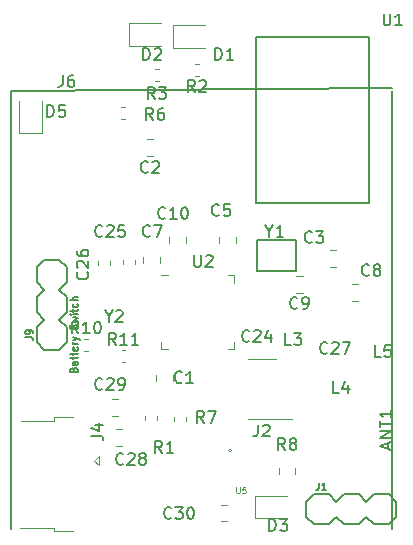
<source format=gbr>
G04 #@! TF.GenerationSoftware,KiCad,Pcbnew,(5.0.1)-rc2*
G04 #@! TF.CreationDate,2019-03-09T00:44:04-07:00*
G04 #@! TF.ProjectId,GPSLogger,4750534C6F676765722E6B696361645F,rev?*
G04 #@! TF.SameCoordinates,Original*
G04 #@! TF.FileFunction,Legend,Top*
G04 #@! TF.FilePolarity,Positive*
%FSLAX46Y46*%
G04 Gerber Fmt 4.6, Leading zero omitted, Abs format (unit mm)*
G04 Created by KiCad (PCBNEW (5.0.1)-rc2) date 3/9/2019 12:44:04 AM*
%MOMM*%
%LPD*%
G01*
G04 APERTURE LIST*
%ADD10C,0.200000*%
%ADD11C,0.120000*%
%ADD12C,0.203200*%
%ADD13C,0.150000*%
%ADD14C,0.100000*%
%ADD15C,0.127000*%
%ADD16C,0.125000*%
G04 APERTURE END LIST*
D10*
X226822000Y-64770000D02*
X226822000Y-27686000D01*
X194564000Y-27686000D02*
X194564000Y-64770000D01*
X226822000Y-27432000D02*
X194564000Y-27686000D01*
D11*
G04 #@! TO.C,C29*
X203641078Y-53840000D02*
X203123922Y-53840000D01*
X203641078Y-55260000D02*
X203123922Y-55260000D01*
D12*
G04 #@! TO.C,J1*
X227177600Y-62509400D02*
X227177600Y-63779400D01*
X221462600Y-64414400D02*
X220192600Y-64414400D01*
X219557600Y-63779400D02*
X220192600Y-64414400D01*
X220192600Y-61874400D02*
X219557600Y-62509400D01*
X219557600Y-62509400D02*
X219557600Y-63779400D01*
X222732600Y-64414400D02*
X222097600Y-63779400D01*
X224002600Y-64414400D02*
X222732600Y-64414400D01*
X224637600Y-63779400D02*
X224002600Y-64414400D01*
X224002600Y-61874400D02*
X224637600Y-62509400D01*
X222732600Y-61874400D02*
X224002600Y-61874400D01*
X222097600Y-62509400D02*
X222732600Y-61874400D01*
X222097600Y-63779400D02*
X221462600Y-64414400D01*
X221462600Y-61874400D02*
X222097600Y-62509400D01*
X220192600Y-61874400D02*
X221462600Y-61874400D01*
X225272600Y-64414400D02*
X224637600Y-63779400D01*
X226542600Y-64414400D02*
X225272600Y-64414400D01*
X227177600Y-63779400D02*
X226542600Y-64414400D01*
X226542600Y-61874400D02*
X227177600Y-62509400D01*
X225272600Y-61874400D02*
X226542600Y-61874400D01*
X224637600Y-62509400D02*
X225272600Y-61874400D01*
D13*
G04 #@! TO.C,U1*
X215265000Y-37164800D02*
X224865000Y-37164800D01*
X224865000Y-37164800D02*
X224865000Y-23164800D01*
X215265000Y-23164800D02*
X215265000Y-37164800D01*
X215265000Y-23164800D02*
X224865000Y-23164800D01*
D11*
G04 #@! TO.C,C1*
X206833400Y-51747922D02*
X206833400Y-52265078D01*
X208253400Y-51747922D02*
X208253400Y-52265078D01*
G04 #@! TO.C,C7*
X207161200Y-42293278D02*
X207161200Y-41776122D01*
X205741200Y-42293278D02*
X205741200Y-41776122D01*
G04 #@! TO.C,C8*
X223441522Y-45464800D02*
X223958678Y-45464800D01*
X223441522Y-44044800D02*
X223958678Y-44044800D01*
G04 #@! TO.C,C9*
X218726348Y-44818726D02*
X219243504Y-44818726D01*
X218726348Y-43398726D02*
X219243504Y-43398726D01*
G04 #@! TO.C,C10*
X209359426Y-40623104D02*
X209359426Y-40105948D01*
X207939426Y-40623104D02*
X207939426Y-40105948D01*
G04 #@! TO.C,D1*
X208273700Y-24048600D02*
X210958700Y-24048600D01*
X208273700Y-22128600D02*
X208273700Y-24048600D01*
X210958700Y-22128600D02*
X208273700Y-22128600D01*
G04 #@! TO.C,D2*
X204552600Y-23896200D02*
X207237600Y-23896200D01*
X204552600Y-21976200D02*
X204552600Y-23896200D01*
X207237600Y-21976200D02*
X204552600Y-21976200D01*
G04 #@! TO.C,D5*
X197149600Y-31248300D02*
X197149600Y-28563300D01*
X195229600Y-31248300D02*
X197149600Y-31248300D01*
X195229600Y-28563300D02*
X195229600Y-31248300D01*
G04 #@! TO.C,U2*
X212913926Y-43325526D02*
X213483926Y-43325526D01*
X207243926Y-49565526D02*
X207243926Y-48995526D01*
X207813926Y-49565526D02*
X207243926Y-49565526D01*
X213483926Y-49565526D02*
X213483926Y-48995526D01*
X212913926Y-49565526D02*
X213483926Y-49565526D01*
X213483926Y-43945526D02*
X213483926Y-43325526D01*
X207243926Y-43325526D02*
X207813926Y-43325526D01*
G04 #@! TO.C,J2*
X214589526Y-50437926D02*
X214589526Y-50387926D01*
X217009526Y-50437926D02*
X217009526Y-50387926D01*
X214589526Y-55507926D02*
X214589526Y-55457926D01*
X217009526Y-55507926D02*
X217009526Y-55457926D01*
X218389526Y-55457926D02*
X217009526Y-55457926D01*
X217009526Y-50387926D02*
X214589526Y-50387926D01*
X217009526Y-55507926D02*
X214589526Y-55507926D01*
G04 #@! TO.C,C25*
X205081600Y-42352279D02*
X205081600Y-42026721D01*
X204061600Y-42352279D02*
X204061600Y-42026721D01*
G04 #@! TO.C,C26*
X202948000Y-42453879D02*
X202948000Y-42128321D01*
X201928000Y-42453879D02*
X201928000Y-42128321D01*
D12*
G04 #@! TO.C,J9*
X197383400Y-42011600D02*
X198653400Y-42011600D01*
X199288400Y-47726600D02*
X199288400Y-48996600D01*
X198653400Y-49631600D02*
X199288400Y-48996600D01*
X196748400Y-48996600D02*
X197383400Y-49631600D01*
X197383400Y-49631600D02*
X198653400Y-49631600D01*
X199288400Y-46456600D02*
X198653400Y-47091600D01*
X199288400Y-45186600D02*
X199288400Y-46456600D01*
X198653400Y-44551600D02*
X199288400Y-45186600D01*
X196748400Y-45186600D02*
X197383400Y-44551600D01*
X196748400Y-46456600D02*
X196748400Y-45186600D01*
X197383400Y-47091600D02*
X196748400Y-46456600D01*
X198653400Y-47091600D02*
X199288400Y-47726600D01*
X196748400Y-47726600D02*
X197383400Y-47091600D01*
X196748400Y-48996600D02*
X196748400Y-47726600D01*
X199288400Y-43916600D02*
X198653400Y-44551600D01*
X199288400Y-42646600D02*
X199288400Y-43916600D01*
X198653400Y-42011600D02*
X199288400Y-42646600D01*
X196748400Y-42646600D02*
X197383400Y-42011600D01*
X196748400Y-43916600D02*
X196748400Y-42646600D01*
X197383400Y-44551600D02*
X196748400Y-43916600D01*
D11*
G04 #@! TO.C,R2*
X210461979Y-25410700D02*
X210136421Y-25410700D01*
X210461979Y-26430700D02*
X210136421Y-26430700D01*
G04 #@! TO.C,R3*
X206732821Y-26887900D02*
X207058379Y-26887900D01*
X206732821Y-25867900D02*
X207058379Y-25867900D01*
G04 #@! TO.C,R6*
X204175479Y-29106400D02*
X203849921Y-29106400D01*
X204175479Y-30126400D02*
X203849921Y-30126400D01*
G04 #@! TO.C,R10*
X200776521Y-49735200D02*
X201102079Y-49735200D01*
X200776521Y-48715200D02*
X201102079Y-48715200D01*
G04 #@! TO.C,R11*
X203926121Y-50700400D02*
X204251679Y-50700400D01*
X203926121Y-49680400D02*
X204251679Y-49680400D01*
D13*
G04 #@! TO.C,Y1*
X215393126Y-42940326D02*
X218695126Y-42965726D01*
X215367726Y-40298726D02*
X215393126Y-42940326D01*
X218695126Y-40298726D02*
X215367726Y-40298726D01*
X218695126Y-42940326D02*
X218695126Y-40298726D01*
D11*
G04 #@! TO.C,C2*
X206067922Y-33222000D02*
X206585078Y-33222000D01*
X206067922Y-31802000D02*
X206585078Y-31802000D01*
G04 #@! TO.C,C3*
X222049078Y-41200000D02*
X221531922Y-41200000D01*
X222049078Y-42620000D02*
X221531922Y-42620000D01*
G04 #@! TO.C,C5*
X212193926Y-40048922D02*
X212193926Y-40566078D01*
X213613926Y-40048922D02*
X213613926Y-40566078D01*
G04 #@! TO.C,C28*
X203966578Y-56376500D02*
X203449422Y-56376500D01*
X203966578Y-57796500D02*
X203449422Y-57796500D01*
G04 #@! TO.C,C30*
X212856578Y-62739200D02*
X212339422Y-62739200D01*
X212856578Y-64159200D02*
X212339422Y-64159200D01*
G04 #@! TO.C,D3*
X215231000Y-63901200D02*
X217916000Y-63901200D01*
X215231000Y-61981200D02*
X215231000Y-63901200D01*
X217916000Y-61981200D02*
X215231000Y-61981200D01*
G04 #@! TO.C,J4*
X198227200Y-55326600D02*
X199777200Y-55326600D01*
X198227200Y-55326600D02*
X198227200Y-55626600D01*
X195427200Y-55626600D02*
X198227200Y-55626600D01*
X198227200Y-65001600D02*
X199777200Y-65001600D01*
X198162200Y-64701600D02*
X198162200Y-65001600D01*
X195362200Y-64701600D02*
X198162200Y-64701600D01*
X202027200Y-59426600D02*
X201577200Y-59026600D01*
X202027200Y-58626600D02*
X202027200Y-59426600D01*
X201577200Y-59026600D02*
X202027200Y-58626600D01*
G04 #@! TO.C,R1*
X205942000Y-55265733D02*
X205942000Y-55608267D01*
X206962000Y-55265733D02*
X206962000Y-55608267D01*
G04 #@! TO.C,R7*
X208379600Y-55302333D02*
X208379600Y-55644867D01*
X209399600Y-55302333D02*
X209399600Y-55644867D01*
G04 #@! TO.C,R8*
X218642000Y-60151778D02*
X218642000Y-59634622D01*
X217222000Y-60151778D02*
X217222000Y-59634622D01*
D14*
G04 #@! TO.C,U5*
X213196800Y-58160800D02*
G75*
G03X213196800Y-58160800I-100000J0D01*
G01*
G04 #@! TO.C,C29*
D13*
X202303142Y-52935142D02*
X202255523Y-52982761D01*
X202112666Y-53030380D01*
X202017428Y-53030380D01*
X201874571Y-52982761D01*
X201779333Y-52887523D01*
X201731714Y-52792285D01*
X201684095Y-52601809D01*
X201684095Y-52458952D01*
X201731714Y-52268476D01*
X201779333Y-52173238D01*
X201874571Y-52078000D01*
X202017428Y-52030380D01*
X202112666Y-52030380D01*
X202255523Y-52078000D01*
X202303142Y-52125619D01*
X202684095Y-52125619D02*
X202731714Y-52078000D01*
X202826952Y-52030380D01*
X203065047Y-52030380D01*
X203160285Y-52078000D01*
X203207904Y-52125619D01*
X203255523Y-52220857D01*
X203255523Y-52316095D01*
X203207904Y-52458952D01*
X202636476Y-53030380D01*
X203255523Y-53030380D01*
X203731714Y-53030380D02*
X203922190Y-53030380D01*
X204017428Y-52982761D01*
X204065047Y-52935142D01*
X204160285Y-52792285D01*
X204207904Y-52601809D01*
X204207904Y-52220857D01*
X204160285Y-52125619D01*
X204112666Y-52078000D01*
X204017428Y-52030380D01*
X203826952Y-52030380D01*
X203731714Y-52078000D01*
X203684095Y-52125619D01*
X203636476Y-52220857D01*
X203636476Y-52458952D01*
X203684095Y-52554190D01*
X203731714Y-52601809D01*
X203826952Y-52649428D01*
X204017428Y-52649428D01*
X204112666Y-52601809D01*
X204160285Y-52554190D01*
X204207904Y-52458952D01*
G04 #@! TO.C,J1*
D15*
X220624400Y-60905571D02*
X220624400Y-61341000D01*
X220595371Y-61428085D01*
X220537314Y-61486142D01*
X220450228Y-61515171D01*
X220392171Y-61515171D01*
X221234000Y-61515171D02*
X220885657Y-61515171D01*
X221059828Y-61515171D02*
X221059828Y-60905571D01*
X221001771Y-60992657D01*
X220943714Y-61050714D01*
X220885657Y-61079742D01*
G04 #@! TO.C,U1*
D13*
X226103095Y-21167180D02*
X226103095Y-21976704D01*
X226150714Y-22071942D01*
X226198333Y-22119561D01*
X226293571Y-22167180D01*
X226484047Y-22167180D01*
X226579285Y-22119561D01*
X226626904Y-22071942D01*
X226674523Y-21976704D01*
X226674523Y-21167180D01*
X227674523Y-22167180D02*
X227103095Y-22167180D01*
X227388809Y-22167180D02*
X227388809Y-21167180D01*
X227293571Y-21310038D01*
X227198333Y-21405276D01*
X227103095Y-21452895D01*
G04 #@! TO.C,C1*
X209026733Y-52363642D02*
X208979114Y-52411261D01*
X208836257Y-52458880D01*
X208741019Y-52458880D01*
X208598161Y-52411261D01*
X208502923Y-52316023D01*
X208455304Y-52220785D01*
X208407685Y-52030309D01*
X208407685Y-51887452D01*
X208455304Y-51696976D01*
X208502923Y-51601738D01*
X208598161Y-51506500D01*
X208741019Y-51458880D01*
X208836257Y-51458880D01*
X208979114Y-51506500D01*
X209026733Y-51554119D01*
X209979114Y-52458880D02*
X209407685Y-52458880D01*
X209693400Y-52458880D02*
X209693400Y-51458880D01*
X209598161Y-51601738D01*
X209502923Y-51696976D01*
X209407685Y-51744595D01*
G04 #@! TO.C,C7*
X206335333Y-39981142D02*
X206287714Y-40028761D01*
X206144857Y-40076380D01*
X206049619Y-40076380D01*
X205906761Y-40028761D01*
X205811523Y-39933523D01*
X205763904Y-39838285D01*
X205716285Y-39647809D01*
X205716285Y-39504952D01*
X205763904Y-39314476D01*
X205811523Y-39219238D01*
X205906761Y-39124000D01*
X206049619Y-39076380D01*
X206144857Y-39076380D01*
X206287714Y-39124000D01*
X206335333Y-39171619D01*
X206668666Y-39076380D02*
X207335333Y-39076380D01*
X206906761Y-40076380D01*
G04 #@! TO.C,C8*
X224877333Y-43283142D02*
X224829714Y-43330761D01*
X224686857Y-43378380D01*
X224591619Y-43378380D01*
X224448761Y-43330761D01*
X224353523Y-43235523D01*
X224305904Y-43140285D01*
X224258285Y-42949809D01*
X224258285Y-42806952D01*
X224305904Y-42616476D01*
X224353523Y-42521238D01*
X224448761Y-42426000D01*
X224591619Y-42378380D01*
X224686857Y-42378380D01*
X224829714Y-42426000D01*
X224877333Y-42473619D01*
X225448761Y-42806952D02*
X225353523Y-42759333D01*
X225305904Y-42711714D01*
X225258285Y-42616476D01*
X225258285Y-42568857D01*
X225305904Y-42473619D01*
X225353523Y-42426000D01*
X225448761Y-42378380D01*
X225639238Y-42378380D01*
X225734476Y-42426000D01*
X225782095Y-42473619D01*
X225829714Y-42568857D01*
X225829714Y-42616476D01*
X225782095Y-42711714D01*
X225734476Y-42759333D01*
X225639238Y-42806952D01*
X225448761Y-42806952D01*
X225353523Y-42854571D01*
X225305904Y-42902190D01*
X225258285Y-42997428D01*
X225258285Y-43187904D01*
X225305904Y-43283142D01*
X225353523Y-43330761D01*
X225448761Y-43378380D01*
X225639238Y-43378380D01*
X225734476Y-43330761D01*
X225782095Y-43283142D01*
X225829714Y-43187904D01*
X225829714Y-42997428D01*
X225782095Y-42902190D01*
X225734476Y-42854571D01*
X225639238Y-42806952D01*
G04 #@! TO.C,C9*
X218818259Y-46077142D02*
X218770640Y-46124761D01*
X218627783Y-46172380D01*
X218532545Y-46172380D01*
X218389687Y-46124761D01*
X218294449Y-46029523D01*
X218246830Y-45934285D01*
X218199211Y-45743809D01*
X218199211Y-45600952D01*
X218246830Y-45410476D01*
X218294449Y-45315238D01*
X218389687Y-45220000D01*
X218532545Y-45172380D01*
X218627783Y-45172380D01*
X218770640Y-45220000D01*
X218818259Y-45267619D01*
X219294449Y-46172380D02*
X219484926Y-46172380D01*
X219580164Y-46124761D01*
X219627783Y-46077142D01*
X219723021Y-45934285D01*
X219770640Y-45743809D01*
X219770640Y-45362857D01*
X219723021Y-45267619D01*
X219675402Y-45220000D01*
X219580164Y-45172380D01*
X219389687Y-45172380D01*
X219294449Y-45220000D01*
X219246830Y-45267619D01*
X219199211Y-45362857D01*
X219199211Y-45600952D01*
X219246830Y-45696190D01*
X219294449Y-45743809D01*
X219389687Y-45791428D01*
X219580164Y-45791428D01*
X219675402Y-45743809D01*
X219723021Y-45696190D01*
X219770640Y-45600952D01*
G04 #@! TO.C,C10*
X207637142Y-38457142D02*
X207589523Y-38504761D01*
X207446666Y-38552380D01*
X207351428Y-38552380D01*
X207208571Y-38504761D01*
X207113333Y-38409523D01*
X207065714Y-38314285D01*
X207018095Y-38123809D01*
X207018095Y-37980952D01*
X207065714Y-37790476D01*
X207113333Y-37695238D01*
X207208571Y-37600000D01*
X207351428Y-37552380D01*
X207446666Y-37552380D01*
X207589523Y-37600000D01*
X207637142Y-37647619D01*
X208589523Y-38552380D02*
X208018095Y-38552380D01*
X208303809Y-38552380D02*
X208303809Y-37552380D01*
X208208571Y-37695238D01*
X208113333Y-37790476D01*
X208018095Y-37838095D01*
X209208571Y-37552380D02*
X209303809Y-37552380D01*
X209399047Y-37600000D01*
X209446666Y-37647619D01*
X209494285Y-37742857D01*
X209541904Y-37933333D01*
X209541904Y-38171428D01*
X209494285Y-38361904D01*
X209446666Y-38457142D01*
X209399047Y-38504761D01*
X209303809Y-38552380D01*
X209208571Y-38552380D01*
X209113333Y-38504761D01*
X209065714Y-38457142D01*
X209018095Y-38361904D01*
X208970476Y-38171428D01*
X208970476Y-37933333D01*
X209018095Y-37742857D01*
X209065714Y-37647619D01*
X209113333Y-37600000D01*
X209208571Y-37552380D01*
G04 #@! TO.C,D1*
X211859904Y-25090380D02*
X211859904Y-24090380D01*
X212098000Y-24090380D01*
X212240857Y-24138000D01*
X212336095Y-24233238D01*
X212383714Y-24328476D01*
X212431333Y-24518952D01*
X212431333Y-24661809D01*
X212383714Y-24852285D01*
X212336095Y-24947523D01*
X212240857Y-25042761D01*
X212098000Y-25090380D01*
X211859904Y-25090380D01*
X213383714Y-25090380D02*
X212812285Y-25090380D01*
X213098000Y-25090380D02*
X213098000Y-24090380D01*
X213002761Y-24233238D01*
X212907523Y-24328476D01*
X212812285Y-24376095D01*
G04 #@! TO.C,D2*
X205763904Y-25090380D02*
X205763904Y-24090380D01*
X206002000Y-24090380D01*
X206144857Y-24138000D01*
X206240095Y-24233238D01*
X206287714Y-24328476D01*
X206335333Y-24518952D01*
X206335333Y-24661809D01*
X206287714Y-24852285D01*
X206240095Y-24947523D01*
X206144857Y-25042761D01*
X206002000Y-25090380D01*
X205763904Y-25090380D01*
X206716285Y-24185619D02*
X206763904Y-24138000D01*
X206859142Y-24090380D01*
X207097238Y-24090380D01*
X207192476Y-24138000D01*
X207240095Y-24185619D01*
X207287714Y-24280857D01*
X207287714Y-24376095D01*
X207240095Y-24518952D01*
X206668666Y-25090380D01*
X207287714Y-25090380D01*
G04 #@! TO.C,D5*
X197635904Y-29916380D02*
X197635904Y-28916380D01*
X197874000Y-28916380D01*
X198016857Y-28964000D01*
X198112095Y-29059238D01*
X198159714Y-29154476D01*
X198207333Y-29344952D01*
X198207333Y-29487809D01*
X198159714Y-29678285D01*
X198112095Y-29773523D01*
X198016857Y-29868761D01*
X197874000Y-29916380D01*
X197635904Y-29916380D01*
X199112095Y-28916380D02*
X198635904Y-28916380D01*
X198588285Y-29392571D01*
X198635904Y-29344952D01*
X198731142Y-29297333D01*
X198969238Y-29297333D01*
X199064476Y-29344952D01*
X199112095Y-29392571D01*
X199159714Y-29487809D01*
X199159714Y-29725904D01*
X199112095Y-29821142D01*
X199064476Y-29868761D01*
X198969238Y-29916380D01*
X198731142Y-29916380D01*
X198635904Y-29868761D01*
X198588285Y-29821142D01*
G04 #@! TO.C,U2*
X210058095Y-41616380D02*
X210058095Y-42425904D01*
X210105714Y-42521142D01*
X210153333Y-42568761D01*
X210248571Y-42616380D01*
X210439047Y-42616380D01*
X210534285Y-42568761D01*
X210581904Y-42521142D01*
X210629523Y-42425904D01*
X210629523Y-41616380D01*
X211058095Y-41711619D02*
X211105714Y-41664000D01*
X211200952Y-41616380D01*
X211439047Y-41616380D01*
X211534285Y-41664000D01*
X211581904Y-41711619D01*
X211629523Y-41806857D01*
X211629523Y-41902095D01*
X211581904Y-42044952D01*
X211010476Y-42616380D01*
X211629523Y-42616380D01*
G04 #@! TO.C,J2*
X215466192Y-55960306D02*
X215466192Y-56674592D01*
X215418573Y-56817449D01*
X215323335Y-56912687D01*
X215180478Y-56960306D01*
X215085240Y-56960306D01*
X215894764Y-56055545D02*
X215942383Y-56007926D01*
X216037621Y-55960306D01*
X216275716Y-55960306D01*
X216370954Y-56007926D01*
X216418573Y-56055545D01*
X216466192Y-56150783D01*
X216466192Y-56246021D01*
X216418573Y-56388878D01*
X215847145Y-56960306D01*
X216466192Y-56960306D01*
G04 #@! TO.C,C25*
X202303142Y-39981142D02*
X202255523Y-40028761D01*
X202112666Y-40076380D01*
X202017428Y-40076380D01*
X201874571Y-40028761D01*
X201779333Y-39933523D01*
X201731714Y-39838285D01*
X201684095Y-39647809D01*
X201684095Y-39504952D01*
X201731714Y-39314476D01*
X201779333Y-39219238D01*
X201874571Y-39124000D01*
X202017428Y-39076380D01*
X202112666Y-39076380D01*
X202255523Y-39124000D01*
X202303142Y-39171619D01*
X202684095Y-39171619D02*
X202731714Y-39124000D01*
X202826952Y-39076380D01*
X203065047Y-39076380D01*
X203160285Y-39124000D01*
X203207904Y-39171619D01*
X203255523Y-39266857D01*
X203255523Y-39362095D01*
X203207904Y-39504952D01*
X202636476Y-40076380D01*
X203255523Y-40076380D01*
X204160285Y-39076380D02*
X203684095Y-39076380D01*
X203636476Y-39552571D01*
X203684095Y-39504952D01*
X203779333Y-39457333D01*
X204017428Y-39457333D01*
X204112666Y-39504952D01*
X204160285Y-39552571D01*
X204207904Y-39647809D01*
X204207904Y-39885904D01*
X204160285Y-39981142D01*
X204112666Y-40028761D01*
X204017428Y-40076380D01*
X203779333Y-40076380D01*
X203684095Y-40028761D01*
X203636476Y-39981142D01*
G04 #@! TO.C,C26*
X201017142Y-43060857D02*
X201064761Y-43108476D01*
X201112380Y-43251333D01*
X201112380Y-43346571D01*
X201064761Y-43489428D01*
X200969523Y-43584666D01*
X200874285Y-43632285D01*
X200683809Y-43679904D01*
X200540952Y-43679904D01*
X200350476Y-43632285D01*
X200255238Y-43584666D01*
X200160000Y-43489428D01*
X200112380Y-43346571D01*
X200112380Y-43251333D01*
X200160000Y-43108476D01*
X200207619Y-43060857D01*
X200207619Y-42679904D02*
X200160000Y-42632285D01*
X200112380Y-42537047D01*
X200112380Y-42298952D01*
X200160000Y-42203714D01*
X200207619Y-42156095D01*
X200302857Y-42108476D01*
X200398095Y-42108476D01*
X200540952Y-42156095D01*
X201112380Y-42727523D01*
X201112380Y-42108476D01*
X200112380Y-41251333D02*
X200112380Y-41441809D01*
X200160000Y-41537047D01*
X200207619Y-41584666D01*
X200350476Y-41679904D01*
X200540952Y-41727523D01*
X200921904Y-41727523D01*
X201017142Y-41679904D01*
X201064761Y-41632285D01*
X201112380Y-41537047D01*
X201112380Y-41346571D01*
X201064761Y-41251333D01*
X201017142Y-41203714D01*
X200921904Y-41156095D01*
X200683809Y-41156095D01*
X200588571Y-41203714D01*
X200540952Y-41251333D01*
X200493333Y-41346571D01*
X200493333Y-41537047D01*
X200540952Y-41632285D01*
X200588571Y-41679904D01*
X200683809Y-41727523D01*
G04 #@! TO.C,J9*
D15*
X195779571Y-48564800D02*
X196215000Y-48564800D01*
X196302085Y-48593828D01*
X196360142Y-48651885D01*
X196389171Y-48738971D01*
X196389171Y-48797028D01*
X196389171Y-48245485D02*
X196389171Y-48129371D01*
X196360142Y-48071314D01*
X196331114Y-48042285D01*
X196244028Y-47984228D01*
X196127914Y-47955200D01*
X195895685Y-47955200D01*
X195837628Y-47984228D01*
X195808600Y-48013257D01*
X195779571Y-48071314D01*
X195779571Y-48187428D01*
X195808600Y-48245485D01*
X195837628Y-48274514D01*
X195895685Y-48303542D01*
X196040828Y-48303542D01*
X196098885Y-48274514D01*
X196127914Y-48245485D01*
X196156942Y-48187428D01*
X196156942Y-48071314D01*
X196127914Y-48013257D01*
X196098885Y-47984228D01*
X196040828Y-47955200D01*
X199879857Y-51322514D02*
X199908885Y-51235428D01*
X199937914Y-51206400D01*
X199995971Y-51177371D01*
X200083057Y-51177371D01*
X200141114Y-51206400D01*
X200170142Y-51235428D01*
X200199171Y-51293485D01*
X200199171Y-51525714D01*
X199589571Y-51525714D01*
X199589571Y-51322514D01*
X199618600Y-51264457D01*
X199647628Y-51235428D01*
X199705685Y-51206400D01*
X199763742Y-51206400D01*
X199821800Y-51235428D01*
X199850828Y-51264457D01*
X199879857Y-51322514D01*
X199879857Y-51525714D01*
X200199171Y-50654857D02*
X199879857Y-50654857D01*
X199821800Y-50683885D01*
X199792771Y-50741942D01*
X199792771Y-50858057D01*
X199821800Y-50916114D01*
X200170142Y-50654857D02*
X200199171Y-50712914D01*
X200199171Y-50858057D01*
X200170142Y-50916114D01*
X200112085Y-50945142D01*
X200054028Y-50945142D01*
X199995971Y-50916114D01*
X199966942Y-50858057D01*
X199966942Y-50712914D01*
X199937914Y-50654857D01*
X199792771Y-50451657D02*
X199792771Y-50219428D01*
X199589571Y-50364571D02*
X200112085Y-50364571D01*
X200170142Y-50335542D01*
X200199171Y-50277485D01*
X200199171Y-50219428D01*
X199792771Y-50103314D02*
X199792771Y-49871085D01*
X199589571Y-50016228D02*
X200112085Y-50016228D01*
X200170142Y-49987200D01*
X200199171Y-49929142D01*
X200199171Y-49871085D01*
X200170142Y-49435657D02*
X200199171Y-49493714D01*
X200199171Y-49609828D01*
X200170142Y-49667885D01*
X200112085Y-49696914D01*
X199879857Y-49696914D01*
X199821800Y-49667885D01*
X199792771Y-49609828D01*
X199792771Y-49493714D01*
X199821800Y-49435657D01*
X199879857Y-49406628D01*
X199937914Y-49406628D01*
X199995971Y-49696914D01*
X200199171Y-49145371D02*
X199792771Y-49145371D01*
X199908885Y-49145371D02*
X199850828Y-49116342D01*
X199821800Y-49087314D01*
X199792771Y-49029257D01*
X199792771Y-48971200D01*
X199792771Y-48826057D02*
X200199171Y-48680914D01*
X199792771Y-48535771D02*
X200199171Y-48680914D01*
X200344314Y-48738971D01*
X200373342Y-48768000D01*
X200402371Y-48826057D01*
X200170142Y-47868114D02*
X200199171Y-47781028D01*
X200199171Y-47635885D01*
X200170142Y-47577828D01*
X200141114Y-47548800D01*
X200083057Y-47519771D01*
X200025000Y-47519771D01*
X199966942Y-47548800D01*
X199937914Y-47577828D01*
X199908885Y-47635885D01*
X199879857Y-47752000D01*
X199850828Y-47810057D01*
X199821800Y-47839085D01*
X199763742Y-47868114D01*
X199705685Y-47868114D01*
X199647628Y-47839085D01*
X199618600Y-47810057D01*
X199589571Y-47752000D01*
X199589571Y-47606857D01*
X199618600Y-47519771D01*
X199792771Y-47316571D02*
X200199171Y-47200457D01*
X199908885Y-47084342D01*
X200199171Y-46968228D01*
X199792771Y-46852114D01*
X200199171Y-46619885D02*
X199792771Y-46619885D01*
X199589571Y-46619885D02*
X199618600Y-46648914D01*
X199647628Y-46619885D01*
X199618600Y-46590857D01*
X199589571Y-46619885D01*
X199647628Y-46619885D01*
X199792771Y-46416685D02*
X199792771Y-46184457D01*
X199589571Y-46329600D02*
X200112085Y-46329600D01*
X200170142Y-46300571D01*
X200199171Y-46242514D01*
X200199171Y-46184457D01*
X200170142Y-45720000D02*
X200199171Y-45778057D01*
X200199171Y-45894171D01*
X200170142Y-45952228D01*
X200141114Y-45981257D01*
X200083057Y-46010285D01*
X199908885Y-46010285D01*
X199850828Y-45981257D01*
X199821800Y-45952228D01*
X199792771Y-45894171D01*
X199792771Y-45778057D01*
X199821800Y-45720000D01*
X200199171Y-45458742D02*
X199589571Y-45458742D01*
X200199171Y-45197485D02*
X199879857Y-45197485D01*
X199821800Y-45226514D01*
X199792771Y-45284571D01*
X199792771Y-45371657D01*
X199821800Y-45429714D01*
X199850828Y-45458742D01*
G04 #@! TO.C,R2*
D13*
X210132533Y-27803080D02*
X209799200Y-27326890D01*
X209561104Y-27803080D02*
X209561104Y-26803080D01*
X209942057Y-26803080D01*
X210037295Y-26850700D01*
X210084914Y-26898319D01*
X210132533Y-26993557D01*
X210132533Y-27136414D01*
X210084914Y-27231652D01*
X210037295Y-27279271D01*
X209942057Y-27326890D01*
X209561104Y-27326890D01*
X210513485Y-26898319D02*
X210561104Y-26850700D01*
X210656342Y-26803080D01*
X210894438Y-26803080D01*
X210989676Y-26850700D01*
X211037295Y-26898319D01*
X211084914Y-26993557D01*
X211084914Y-27088795D01*
X211037295Y-27231652D01*
X210465866Y-27803080D01*
X211084914Y-27803080D01*
G04 #@! TO.C,R3*
X206728933Y-28392380D02*
X206395600Y-27916190D01*
X206157504Y-28392380D02*
X206157504Y-27392380D01*
X206538457Y-27392380D01*
X206633695Y-27440000D01*
X206681314Y-27487619D01*
X206728933Y-27582857D01*
X206728933Y-27725714D01*
X206681314Y-27820952D01*
X206633695Y-27868571D01*
X206538457Y-27916190D01*
X206157504Y-27916190D01*
X207062266Y-27392380D02*
X207681314Y-27392380D01*
X207347980Y-27773333D01*
X207490838Y-27773333D01*
X207586076Y-27820952D01*
X207633695Y-27868571D01*
X207681314Y-27963809D01*
X207681314Y-28201904D01*
X207633695Y-28297142D01*
X207586076Y-28344761D01*
X207490838Y-28392380D01*
X207205123Y-28392380D01*
X207109885Y-28344761D01*
X207062266Y-28297142D01*
G04 #@! TO.C,R6*
X206589333Y-30170380D02*
X206256000Y-29694190D01*
X206017904Y-30170380D02*
X206017904Y-29170380D01*
X206398857Y-29170380D01*
X206494095Y-29218000D01*
X206541714Y-29265619D01*
X206589333Y-29360857D01*
X206589333Y-29503714D01*
X206541714Y-29598952D01*
X206494095Y-29646571D01*
X206398857Y-29694190D01*
X206017904Y-29694190D01*
X207446476Y-29170380D02*
X207256000Y-29170380D01*
X207160761Y-29218000D01*
X207113142Y-29265619D01*
X207017904Y-29408476D01*
X206970285Y-29598952D01*
X206970285Y-29979904D01*
X207017904Y-30075142D01*
X207065523Y-30122761D01*
X207160761Y-30170380D01*
X207351238Y-30170380D01*
X207446476Y-30122761D01*
X207494095Y-30075142D01*
X207541714Y-29979904D01*
X207541714Y-29741809D01*
X207494095Y-29646571D01*
X207446476Y-29598952D01*
X207351238Y-29551333D01*
X207160761Y-29551333D01*
X207065523Y-29598952D01*
X207017904Y-29646571D01*
X206970285Y-29741809D01*
G04 #@! TO.C,R10*
X200271142Y-48247580D02*
X199937809Y-47771390D01*
X199699714Y-48247580D02*
X199699714Y-47247580D01*
X200080666Y-47247580D01*
X200175904Y-47295200D01*
X200223523Y-47342819D01*
X200271142Y-47438057D01*
X200271142Y-47580914D01*
X200223523Y-47676152D01*
X200175904Y-47723771D01*
X200080666Y-47771390D01*
X199699714Y-47771390D01*
X201223523Y-48247580D02*
X200652095Y-48247580D01*
X200937809Y-48247580D02*
X200937809Y-47247580D01*
X200842571Y-47390438D01*
X200747333Y-47485676D01*
X200652095Y-47533295D01*
X201842571Y-47247580D02*
X201937809Y-47247580D01*
X202033047Y-47295200D01*
X202080666Y-47342819D01*
X202128285Y-47438057D01*
X202175904Y-47628533D01*
X202175904Y-47866628D01*
X202128285Y-48057104D01*
X202080666Y-48152342D01*
X202033047Y-48199961D01*
X201937809Y-48247580D01*
X201842571Y-48247580D01*
X201747333Y-48199961D01*
X201699714Y-48152342D01*
X201652095Y-48057104D01*
X201604476Y-47866628D01*
X201604476Y-47628533D01*
X201652095Y-47438057D01*
X201699714Y-47342819D01*
X201747333Y-47295200D01*
X201842571Y-47247580D01*
G04 #@! TO.C,R11*
X203446042Y-49212780D02*
X203112709Y-48736590D01*
X202874614Y-49212780D02*
X202874614Y-48212780D01*
X203255566Y-48212780D01*
X203350804Y-48260400D01*
X203398423Y-48308019D01*
X203446042Y-48403257D01*
X203446042Y-48546114D01*
X203398423Y-48641352D01*
X203350804Y-48688971D01*
X203255566Y-48736590D01*
X202874614Y-48736590D01*
X204398423Y-49212780D02*
X203826995Y-49212780D01*
X204112709Y-49212780D02*
X204112709Y-48212780D01*
X204017471Y-48355638D01*
X203922233Y-48450876D01*
X203826995Y-48498495D01*
X205350804Y-49212780D02*
X204779376Y-49212780D01*
X205065090Y-49212780D02*
X205065090Y-48212780D01*
X204969852Y-48355638D01*
X204874614Y-48450876D01*
X204779376Y-48498495D01*
G04 #@! TO.C,Y1*
X216439809Y-39600190D02*
X216439809Y-40076380D01*
X216106476Y-39076380D02*
X216439809Y-39600190D01*
X216773142Y-39076380D01*
X217630285Y-40076380D02*
X217058857Y-40076380D01*
X217344571Y-40076380D02*
X217344571Y-39076380D01*
X217249333Y-39219238D01*
X217154095Y-39314476D01*
X217058857Y-39362095D01*
G04 #@! TO.C,C2*
X206159833Y-34570942D02*
X206112214Y-34618561D01*
X205969357Y-34666180D01*
X205874119Y-34666180D01*
X205731261Y-34618561D01*
X205636023Y-34523323D01*
X205588404Y-34428085D01*
X205540785Y-34237609D01*
X205540785Y-34094752D01*
X205588404Y-33904276D01*
X205636023Y-33809038D01*
X205731261Y-33713800D01*
X205874119Y-33666180D01*
X205969357Y-33666180D01*
X206112214Y-33713800D01*
X206159833Y-33761419D01*
X206540785Y-33761419D02*
X206588404Y-33713800D01*
X206683642Y-33666180D01*
X206921738Y-33666180D01*
X207016976Y-33713800D01*
X207064595Y-33761419D01*
X207112214Y-33856657D01*
X207112214Y-33951895D01*
X207064595Y-34094752D01*
X206493166Y-34666180D01*
X207112214Y-34666180D01*
G04 #@! TO.C,C3*
X220051333Y-40489142D02*
X220003714Y-40536761D01*
X219860857Y-40584380D01*
X219765619Y-40584380D01*
X219622761Y-40536761D01*
X219527523Y-40441523D01*
X219479904Y-40346285D01*
X219432285Y-40155809D01*
X219432285Y-40012952D01*
X219479904Y-39822476D01*
X219527523Y-39727238D01*
X219622761Y-39632000D01*
X219765619Y-39584380D01*
X219860857Y-39584380D01*
X220003714Y-39632000D01*
X220051333Y-39679619D01*
X220384666Y-39584380D02*
X221003714Y-39584380D01*
X220670380Y-39965333D01*
X220813238Y-39965333D01*
X220908476Y-40012952D01*
X220956095Y-40060571D01*
X221003714Y-40155809D01*
X221003714Y-40393904D01*
X220956095Y-40489142D01*
X220908476Y-40536761D01*
X220813238Y-40584380D01*
X220527523Y-40584380D01*
X220432285Y-40536761D01*
X220384666Y-40489142D01*
G04 #@! TO.C,C5*
X212177333Y-38203142D02*
X212129714Y-38250761D01*
X211986857Y-38298380D01*
X211891619Y-38298380D01*
X211748761Y-38250761D01*
X211653523Y-38155523D01*
X211605904Y-38060285D01*
X211558285Y-37869809D01*
X211558285Y-37726952D01*
X211605904Y-37536476D01*
X211653523Y-37441238D01*
X211748761Y-37346000D01*
X211891619Y-37298380D01*
X211986857Y-37298380D01*
X212129714Y-37346000D01*
X212177333Y-37393619D01*
X213082095Y-37298380D02*
X212605904Y-37298380D01*
X212558285Y-37774571D01*
X212605904Y-37726952D01*
X212701142Y-37679333D01*
X212939238Y-37679333D01*
X213034476Y-37726952D01*
X213082095Y-37774571D01*
X213129714Y-37869809D01*
X213129714Y-38107904D01*
X213082095Y-38203142D01*
X213034476Y-38250761D01*
X212939238Y-38298380D01*
X212701142Y-38298380D01*
X212605904Y-38250761D01*
X212558285Y-38203142D01*
G04 #@! TO.C,J6*
X198927766Y-26376380D02*
X198927766Y-27090666D01*
X198880147Y-27233523D01*
X198784909Y-27328761D01*
X198642052Y-27376380D01*
X198546814Y-27376380D01*
X199832528Y-26376380D02*
X199642052Y-26376380D01*
X199546814Y-26424000D01*
X199499195Y-26471619D01*
X199403957Y-26614476D01*
X199356338Y-26804952D01*
X199356338Y-27185904D01*
X199403957Y-27281142D01*
X199451576Y-27328761D01*
X199546814Y-27376380D01*
X199737290Y-27376380D01*
X199832528Y-27328761D01*
X199880147Y-27281142D01*
X199927766Y-27185904D01*
X199927766Y-26947809D01*
X199880147Y-26852571D01*
X199832528Y-26804952D01*
X199737290Y-26757333D01*
X199546814Y-26757333D01*
X199451576Y-26804952D01*
X199403957Y-26852571D01*
X199356338Y-26947809D01*
G04 #@! TO.C,ANT1*
X226480666Y-58007047D02*
X226480666Y-57530857D01*
X226766380Y-58102285D02*
X225766380Y-57768952D01*
X226766380Y-57435619D01*
X226766380Y-57102285D02*
X225766380Y-57102285D01*
X226766380Y-56530857D01*
X225766380Y-56530857D01*
X225766380Y-56197523D02*
X225766380Y-55626095D01*
X226766380Y-55911809D02*
X225766380Y-55911809D01*
X226766380Y-54768952D02*
X226766380Y-55340380D01*
X226766380Y-55054666D02*
X225766380Y-55054666D01*
X225909238Y-55149904D01*
X226004476Y-55245142D01*
X226052095Y-55340380D01*
G04 #@! TO.C,C24*
X214749142Y-48871142D02*
X214701523Y-48918761D01*
X214558666Y-48966380D01*
X214463428Y-48966380D01*
X214320571Y-48918761D01*
X214225333Y-48823523D01*
X214177714Y-48728285D01*
X214130095Y-48537809D01*
X214130095Y-48394952D01*
X214177714Y-48204476D01*
X214225333Y-48109238D01*
X214320571Y-48014000D01*
X214463428Y-47966380D01*
X214558666Y-47966380D01*
X214701523Y-48014000D01*
X214749142Y-48061619D01*
X215130095Y-48061619D02*
X215177714Y-48014000D01*
X215272952Y-47966380D01*
X215511047Y-47966380D01*
X215606285Y-48014000D01*
X215653904Y-48061619D01*
X215701523Y-48156857D01*
X215701523Y-48252095D01*
X215653904Y-48394952D01*
X215082476Y-48966380D01*
X215701523Y-48966380D01*
X216558666Y-48299714D02*
X216558666Y-48966380D01*
X216320571Y-47918761D02*
X216082476Y-48633047D01*
X216701523Y-48633047D01*
G04 #@! TO.C,C27*
X221353142Y-49887142D02*
X221305523Y-49934761D01*
X221162666Y-49982380D01*
X221067428Y-49982380D01*
X220924571Y-49934761D01*
X220829333Y-49839523D01*
X220781714Y-49744285D01*
X220734095Y-49553809D01*
X220734095Y-49410952D01*
X220781714Y-49220476D01*
X220829333Y-49125238D01*
X220924571Y-49030000D01*
X221067428Y-48982380D01*
X221162666Y-48982380D01*
X221305523Y-49030000D01*
X221353142Y-49077619D01*
X221734095Y-49077619D02*
X221781714Y-49030000D01*
X221876952Y-48982380D01*
X222115047Y-48982380D01*
X222210285Y-49030000D01*
X222257904Y-49077619D01*
X222305523Y-49172857D01*
X222305523Y-49268095D01*
X222257904Y-49410952D01*
X221686476Y-49982380D01*
X222305523Y-49982380D01*
X222638857Y-48982380D02*
X223305523Y-48982380D01*
X222876952Y-49982380D01*
G04 #@! TO.C,L3*
X218273333Y-49220380D02*
X217797142Y-49220380D01*
X217797142Y-48220380D01*
X218511428Y-48220380D02*
X219130476Y-48220380D01*
X218797142Y-48601333D01*
X218940000Y-48601333D01*
X219035238Y-48648952D01*
X219082857Y-48696571D01*
X219130476Y-48791809D01*
X219130476Y-49029904D01*
X219082857Y-49125142D01*
X219035238Y-49172761D01*
X218940000Y-49220380D01*
X218654285Y-49220380D01*
X218559047Y-49172761D01*
X218511428Y-49125142D01*
G04 #@! TO.C,L4*
X222337333Y-53284380D02*
X221861142Y-53284380D01*
X221861142Y-52284380D01*
X223099238Y-52617714D02*
X223099238Y-53284380D01*
X222861142Y-52236761D02*
X222623047Y-52951047D01*
X223242095Y-52951047D01*
G04 #@! TO.C,L5*
X225893333Y-50236380D02*
X225417142Y-50236380D01*
X225417142Y-49236380D01*
X226702857Y-49236380D02*
X226226666Y-49236380D01*
X226179047Y-49712571D01*
X226226666Y-49664952D01*
X226321904Y-49617333D01*
X226560000Y-49617333D01*
X226655238Y-49664952D01*
X226702857Y-49712571D01*
X226750476Y-49807809D01*
X226750476Y-50045904D01*
X226702857Y-50141142D01*
X226655238Y-50188761D01*
X226560000Y-50236380D01*
X226321904Y-50236380D01*
X226226666Y-50188761D01*
X226179047Y-50141142D01*
G04 #@! TO.C,C28*
X204081142Y-59285142D02*
X204033523Y-59332761D01*
X203890666Y-59380380D01*
X203795428Y-59380380D01*
X203652571Y-59332761D01*
X203557333Y-59237523D01*
X203509714Y-59142285D01*
X203462095Y-58951809D01*
X203462095Y-58808952D01*
X203509714Y-58618476D01*
X203557333Y-58523238D01*
X203652571Y-58428000D01*
X203795428Y-58380380D01*
X203890666Y-58380380D01*
X204033523Y-58428000D01*
X204081142Y-58475619D01*
X204462095Y-58475619D02*
X204509714Y-58428000D01*
X204604952Y-58380380D01*
X204843047Y-58380380D01*
X204938285Y-58428000D01*
X204985904Y-58475619D01*
X205033523Y-58570857D01*
X205033523Y-58666095D01*
X204985904Y-58808952D01*
X204414476Y-59380380D01*
X205033523Y-59380380D01*
X205604952Y-58808952D02*
X205509714Y-58761333D01*
X205462095Y-58713714D01*
X205414476Y-58618476D01*
X205414476Y-58570857D01*
X205462095Y-58475619D01*
X205509714Y-58428000D01*
X205604952Y-58380380D01*
X205795428Y-58380380D01*
X205890666Y-58428000D01*
X205938285Y-58475619D01*
X205985904Y-58570857D01*
X205985904Y-58618476D01*
X205938285Y-58713714D01*
X205890666Y-58761333D01*
X205795428Y-58808952D01*
X205604952Y-58808952D01*
X205509714Y-58856571D01*
X205462095Y-58904190D01*
X205414476Y-58999428D01*
X205414476Y-59189904D01*
X205462095Y-59285142D01*
X205509714Y-59332761D01*
X205604952Y-59380380D01*
X205795428Y-59380380D01*
X205890666Y-59332761D01*
X205938285Y-59285142D01*
X205985904Y-59189904D01*
X205985904Y-58999428D01*
X205938285Y-58904190D01*
X205890666Y-58856571D01*
X205795428Y-58808952D01*
G04 #@! TO.C,C30*
X208145142Y-63857142D02*
X208097523Y-63904761D01*
X207954666Y-63952380D01*
X207859428Y-63952380D01*
X207716571Y-63904761D01*
X207621333Y-63809523D01*
X207573714Y-63714285D01*
X207526095Y-63523809D01*
X207526095Y-63380952D01*
X207573714Y-63190476D01*
X207621333Y-63095238D01*
X207716571Y-63000000D01*
X207859428Y-62952380D01*
X207954666Y-62952380D01*
X208097523Y-63000000D01*
X208145142Y-63047619D01*
X208478476Y-62952380D02*
X209097523Y-62952380D01*
X208764190Y-63333333D01*
X208907047Y-63333333D01*
X209002285Y-63380952D01*
X209049904Y-63428571D01*
X209097523Y-63523809D01*
X209097523Y-63761904D01*
X209049904Y-63857142D01*
X209002285Y-63904761D01*
X208907047Y-63952380D01*
X208621333Y-63952380D01*
X208526095Y-63904761D01*
X208478476Y-63857142D01*
X209716571Y-62952380D02*
X209811809Y-62952380D01*
X209907047Y-63000000D01*
X209954666Y-63047619D01*
X210002285Y-63142857D01*
X210049904Y-63333333D01*
X210049904Y-63571428D01*
X210002285Y-63761904D01*
X209954666Y-63857142D01*
X209907047Y-63904761D01*
X209811809Y-63952380D01*
X209716571Y-63952380D01*
X209621333Y-63904761D01*
X209573714Y-63857142D01*
X209526095Y-63761904D01*
X209478476Y-63571428D01*
X209478476Y-63333333D01*
X209526095Y-63142857D01*
X209573714Y-63047619D01*
X209621333Y-63000000D01*
X209716571Y-62952380D01*
G04 #@! TO.C,D3*
X216431904Y-64968380D02*
X216431904Y-63968380D01*
X216670000Y-63968380D01*
X216812857Y-64016000D01*
X216908095Y-64111238D01*
X216955714Y-64206476D01*
X217003333Y-64396952D01*
X217003333Y-64539809D01*
X216955714Y-64730285D01*
X216908095Y-64825523D01*
X216812857Y-64920761D01*
X216670000Y-64968380D01*
X216431904Y-64968380D01*
X217336666Y-63968380D02*
X217955714Y-63968380D01*
X217622380Y-64349333D01*
X217765238Y-64349333D01*
X217860476Y-64396952D01*
X217908095Y-64444571D01*
X217955714Y-64539809D01*
X217955714Y-64777904D01*
X217908095Y-64873142D01*
X217860476Y-64920761D01*
X217765238Y-64968380D01*
X217479523Y-64968380D01*
X217384285Y-64920761D01*
X217336666Y-64873142D01*
G04 #@! TO.C,J4*
X201364580Y-56909933D02*
X202078866Y-56909933D01*
X202221723Y-56957552D01*
X202316961Y-57052790D01*
X202364580Y-57195647D01*
X202364580Y-57290885D01*
X201697914Y-56005171D02*
X202364580Y-56005171D01*
X201316961Y-56243266D02*
X202031247Y-56481361D01*
X202031247Y-55862314D01*
G04 #@! TO.C,R1*
X207351333Y-58364380D02*
X207018000Y-57888190D01*
X206779904Y-58364380D02*
X206779904Y-57364380D01*
X207160857Y-57364380D01*
X207256095Y-57412000D01*
X207303714Y-57459619D01*
X207351333Y-57554857D01*
X207351333Y-57697714D01*
X207303714Y-57792952D01*
X207256095Y-57840571D01*
X207160857Y-57888190D01*
X206779904Y-57888190D01*
X208303714Y-58364380D02*
X207732285Y-58364380D01*
X208018000Y-58364380D02*
X208018000Y-57364380D01*
X207922761Y-57507238D01*
X207827523Y-57602476D01*
X207732285Y-57650095D01*
G04 #@! TO.C,R7*
X210907333Y-55824380D02*
X210574000Y-55348190D01*
X210335904Y-55824380D02*
X210335904Y-54824380D01*
X210716857Y-54824380D01*
X210812095Y-54872000D01*
X210859714Y-54919619D01*
X210907333Y-55014857D01*
X210907333Y-55157714D01*
X210859714Y-55252952D01*
X210812095Y-55300571D01*
X210716857Y-55348190D01*
X210335904Y-55348190D01*
X211240666Y-54824380D02*
X211907333Y-54824380D01*
X211478761Y-55824380D01*
G04 #@! TO.C,R8*
X217765333Y-58110380D02*
X217432000Y-57634190D01*
X217193904Y-58110380D02*
X217193904Y-57110380D01*
X217574857Y-57110380D01*
X217670095Y-57158000D01*
X217717714Y-57205619D01*
X217765333Y-57300857D01*
X217765333Y-57443714D01*
X217717714Y-57538952D01*
X217670095Y-57586571D01*
X217574857Y-57634190D01*
X217193904Y-57634190D01*
X218336761Y-57538952D02*
X218241523Y-57491333D01*
X218193904Y-57443714D01*
X218146285Y-57348476D01*
X218146285Y-57300857D01*
X218193904Y-57205619D01*
X218241523Y-57158000D01*
X218336761Y-57110380D01*
X218527238Y-57110380D01*
X218622476Y-57158000D01*
X218670095Y-57205619D01*
X218717714Y-57300857D01*
X218717714Y-57348476D01*
X218670095Y-57443714D01*
X218622476Y-57491333D01*
X218527238Y-57538952D01*
X218336761Y-57538952D01*
X218241523Y-57586571D01*
X218193904Y-57634190D01*
X218146285Y-57729428D01*
X218146285Y-57919904D01*
X218193904Y-58015142D01*
X218241523Y-58062761D01*
X218336761Y-58110380D01*
X218527238Y-58110380D01*
X218622476Y-58062761D01*
X218670095Y-58015142D01*
X218717714Y-57919904D01*
X218717714Y-57729428D01*
X218670095Y-57634190D01*
X218622476Y-57586571D01*
X218527238Y-57538952D01*
G04 #@! TO.C,U5*
D16*
X213645847Y-61266990D02*
X213645847Y-61671752D01*
X213669657Y-61719371D01*
X213693466Y-61743180D01*
X213741085Y-61766990D01*
X213836323Y-61766990D01*
X213883942Y-61743180D01*
X213907752Y-61719371D01*
X213931561Y-61671752D01*
X213931561Y-61266990D01*
X214407752Y-61266990D02*
X214169657Y-61266990D01*
X214145847Y-61505085D01*
X214169657Y-61481276D01*
X214217276Y-61457466D01*
X214336323Y-61457466D01*
X214383942Y-61481276D01*
X214407752Y-61505085D01*
X214431561Y-61552704D01*
X214431561Y-61671752D01*
X214407752Y-61719371D01*
X214383942Y-61743180D01*
X214336323Y-61766990D01*
X214217276Y-61766990D01*
X214169657Y-61743180D01*
X214145847Y-61719371D01*
G04 #@! TO.C,Y2*
D13*
X202825409Y-46813790D02*
X202825409Y-47289980D01*
X202492076Y-46289980D02*
X202825409Y-46813790D01*
X203158742Y-46289980D01*
X203444457Y-46385219D02*
X203492076Y-46337600D01*
X203587314Y-46289980D01*
X203825409Y-46289980D01*
X203920647Y-46337600D01*
X203968266Y-46385219D01*
X204015885Y-46480457D01*
X204015885Y-46575695D01*
X203968266Y-46718552D01*
X203396838Y-47289980D01*
X204015885Y-47289980D01*
G04 #@! TD*
M02*

</source>
